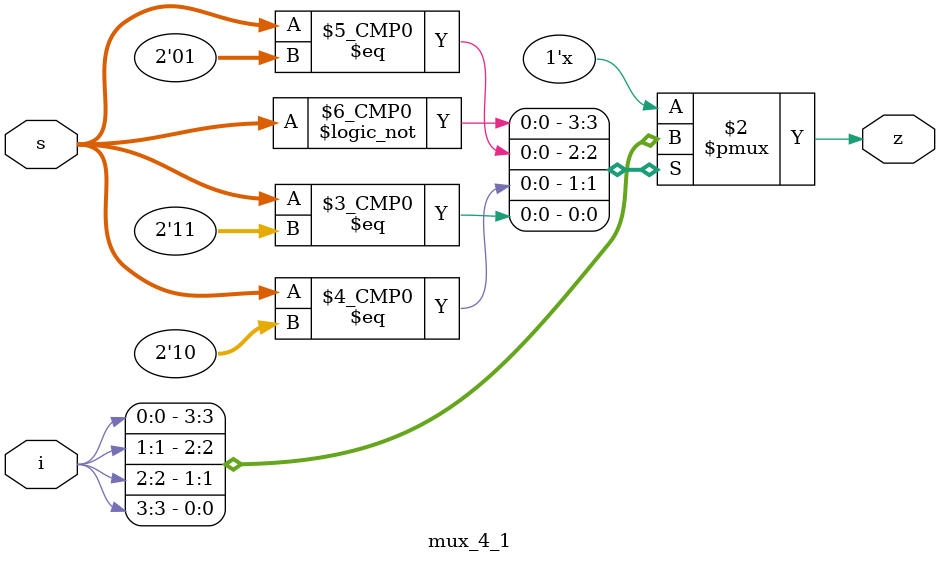
<source format=v>
`timescale 1ns / 1ps


module mux_4_1(z,i,s);
    output reg z;
    input [3:0] i;
    input [1:0] s;
   always @(*) begin
    case(s)
        2'd0: z =i[0];
        2'd1: z =i[1];
        2'd2: z =i[2];
        2'd3: z =i[3];
    default: $display("invalid sel input");
    endcase
    end
endmodule

</source>
